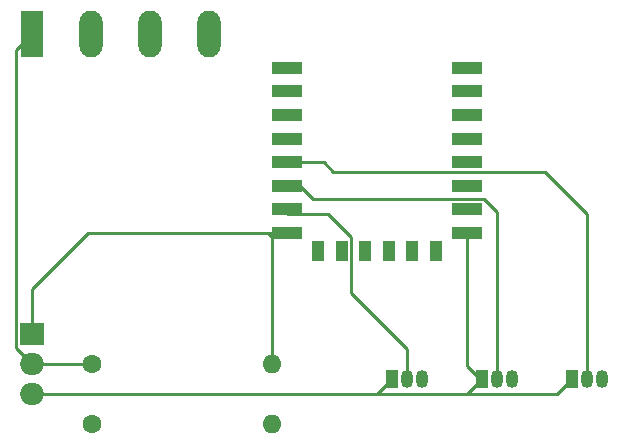
<source format=gbr>
%TF.GenerationSoftware,KiCad,Pcbnew,5.1.6*%
%TF.CreationDate,2020-11-23T13:40:36+00:00*%
%TF.ProjectId,LEDs,4c454473-2e6b-4696-9361-645f70636258,rev?*%
%TF.SameCoordinates,Original*%
%TF.FileFunction,Copper,L1,Top*%
%TF.FilePolarity,Positive*%
%FSLAX46Y46*%
G04 Gerber Fmt 4.6, Leading zero omitted, Abs format (unit mm)*
G04 Created by KiCad (PCBNEW 5.1.6) date 2020-11-23 13:40:36*
%MOMM*%
%LPD*%
G01*
G04 APERTURE LIST*
%TA.AperFunction,SMDPad,CuDef*%
%ADD10R,2.500000X1.000000*%
%TD*%
%TA.AperFunction,SMDPad,CuDef*%
%ADD11R,1.000000X1.800000*%
%TD*%
%TA.AperFunction,ComponentPad*%
%ADD12O,2.000000X1.905000*%
%TD*%
%TA.AperFunction,ComponentPad*%
%ADD13R,2.000000X1.905000*%
%TD*%
%TA.AperFunction,ComponentPad*%
%ADD14O,1.600000X1.600000*%
%TD*%
%TA.AperFunction,ComponentPad*%
%ADD15C,1.600000*%
%TD*%
%TA.AperFunction,ComponentPad*%
%ADD16R,1.050000X1.500000*%
%TD*%
%TA.AperFunction,ComponentPad*%
%ADD17O,1.050000X1.500000*%
%TD*%
%TA.AperFunction,ComponentPad*%
%ADD18O,1.980000X3.960000*%
%TD*%
%TA.AperFunction,ComponentPad*%
%ADD19R,1.980000X3.960000*%
%TD*%
%TA.AperFunction,Conductor*%
%ADD20C,0.250000*%
%TD*%
G04 APERTURE END LIST*
D10*
%TO.P,U2,22*%
%TO.N,Net-(U2-Pad22)*%
X168890000Y-79050000D03*
%TO.P,U2,21*%
%TO.N,Net-(U2-Pad21)*%
X168890000Y-81050000D03*
%TO.P,U2,20*%
%TO.N,Net-(U2-Pad20)*%
X168890000Y-83050000D03*
%TO.P,U2,19*%
%TO.N,Net-(U2-Pad19)*%
X168890000Y-85050000D03*
%TO.P,U2,18*%
%TO.N,Net-(U2-Pad18)*%
X168890000Y-87050000D03*
%TO.P,U2,17*%
%TO.N,Net-(U2-Pad17)*%
X168890000Y-89050000D03*
%TO.P,U2,16*%
%TO.N,Net-(U2-Pad16)*%
X168890000Y-91050000D03*
%TO.P,U2,15*%
%TO.N,GND*%
X168890000Y-93050000D03*
D11*
%TO.P,U2,14*%
%TO.N,Net-(U2-Pad14)*%
X166290000Y-94550000D03*
%TO.P,U2,13*%
%TO.N,Net-(U2-Pad13)*%
X164290000Y-94550000D03*
%TO.P,U2,12*%
%TO.N,Net-(U2-Pad12)*%
X162290000Y-94550000D03*
%TO.P,U2,11*%
%TO.N,Net-(U2-Pad11)*%
X160290000Y-94550000D03*
%TO.P,U2,10*%
%TO.N,Net-(U2-Pad10)*%
X158290000Y-94550000D03*
%TO.P,U2,9*%
%TO.N,Net-(U2-Pad9)*%
X156290000Y-94550000D03*
D10*
%TO.P,U2,8*%
%TO.N,Net-(R1-Pad2)*%
X153690000Y-93050000D03*
%TO.P,U2,7*%
%TO.N,Net-(Q3-Pad2)*%
X153690000Y-91050000D03*
%TO.P,U2,6*%
%TO.N,Net-(Q2-Pad2)*%
X153690000Y-89050000D03*
%TO.P,U2,5*%
%TO.N,Net-(Q1-Pad2)*%
X153690000Y-87050000D03*
%TO.P,U2,4*%
%TO.N,Net-(U2-Pad4)*%
X153690000Y-85050000D03*
%TO.P,U2,3*%
%TO.N,Net-(U2-Pad3)*%
X153690000Y-83050000D03*
%TO.P,U2,2*%
%TO.N,Net-(U2-Pad2)*%
X153690000Y-81050000D03*
%TO.P,U2,1*%
%TO.N,Net-(U2-Pad1)*%
X153690000Y-79050000D03*
%TD*%
D12*
%TO.P,U1,3*%
%TO.N,GND*%
X132080000Y-106680000D03*
%TO.P,U1,2*%
%TO.N,+24V*%
X132080000Y-104140000D03*
D13*
%TO.P,U1,1*%
%TO.N,Net-(R1-Pad2)*%
X132080000Y-101600000D03*
%TD*%
D14*
%TO.P,R2,2*%
%TO.N,Net-(R1-Pad2)*%
X152400000Y-109220000D03*
D15*
%TO.P,R2,1*%
%TO.N,GND*%
X137160000Y-109220000D03*
%TD*%
D14*
%TO.P,R1,2*%
%TO.N,Net-(R1-Pad2)*%
X152400000Y-104140000D03*
D15*
%TO.P,R1,1*%
%TO.N,+24V*%
X137160000Y-104140000D03*
%TD*%
D16*
%TO.P,Q3,1*%
%TO.N,GND*%
X162560000Y-105410000D03*
D17*
%TO.P,Q3,3*%
%TO.N,Net-(J1-Pad4)*%
X165100000Y-105410000D03*
%TO.P,Q3,2*%
%TO.N,Net-(Q3-Pad2)*%
X163830000Y-105410000D03*
%TD*%
D16*
%TO.P,Q2,1*%
%TO.N,GND*%
X170180000Y-105410000D03*
D17*
%TO.P,Q2,3*%
%TO.N,Net-(J1-Pad3)*%
X172720000Y-105410000D03*
%TO.P,Q2,2*%
%TO.N,Net-(Q2-Pad2)*%
X171450000Y-105410000D03*
%TD*%
D16*
%TO.P,Q1,1*%
%TO.N,GND*%
X177800000Y-105410000D03*
D17*
%TO.P,Q1,3*%
%TO.N,Net-(J1-Pad2)*%
X180340000Y-105410000D03*
%TO.P,Q1,2*%
%TO.N,Net-(Q1-Pad2)*%
X179070000Y-105410000D03*
%TD*%
D18*
%TO.P,J1,3*%
%TO.N,Net-(J1-Pad3)*%
X142080000Y-76200000D03*
%TO.P,J1,4*%
%TO.N,Net-(J1-Pad4)*%
X147080000Y-76200000D03*
%TO.P,J1,2*%
%TO.N,Net-(J1-Pad2)*%
X137080000Y-76200000D03*
D19*
%TO.P,J1,1*%
%TO.N,+24V*%
X132080000Y-76200000D03*
%TD*%
D20*
%TO.N,+24V*%
X130754999Y-77525001D02*
X130754999Y-102814999D01*
X130754999Y-102814999D02*
X132080000Y-104140000D01*
X132080000Y-76200000D02*
X130754999Y-77525001D01*
X132080000Y-104140000D02*
X137160000Y-104140000D01*
%TO.N,GND*%
X161290000Y-106680000D02*
X162560000Y-105410000D01*
X132080000Y-106680000D02*
X161290000Y-106680000D01*
X168910000Y-106680000D02*
X170180000Y-105410000D01*
X176530000Y-106680000D02*
X177800000Y-105410000D01*
X166370000Y-106680000D02*
X176530000Y-106680000D01*
X166370000Y-106680000D02*
X168910000Y-106680000D01*
X161290000Y-106680000D02*
X166370000Y-106680000D01*
X170022905Y-105410000D02*
X170180000Y-105410000D01*
X168890000Y-104277095D02*
X170022905Y-105410000D01*
X168890000Y-93050000D02*
X168890000Y-104277095D01*
%TO.N,Net-(Q3-Pad2)*%
X163464999Y-105044999D02*
X163830000Y-105410000D01*
%TO.N,Net-(Q1-Pad2)*%
X153690000Y-87050000D02*
X156775002Y-87050000D01*
X179070000Y-105410000D02*
X179070000Y-91440000D01*
X157600003Y-87875001D02*
X156775002Y-87050000D01*
X175505001Y-87875001D02*
X157600003Y-87875001D01*
X179070000Y-91440000D02*
X175505001Y-87875001D01*
%TO.N,Net-(Q2-Pad2)*%
X153690000Y-89050000D02*
X154790000Y-89050000D01*
X154790000Y-89050000D02*
X155910000Y-90170000D01*
X170345002Y-90170000D02*
X171450000Y-91274998D01*
X171450000Y-91274998D02*
X171450000Y-105410000D01*
X155910000Y-90170000D02*
X170345002Y-90170000D01*
%TO.N,Net-(Q3-Pad2)*%
X153690000Y-91050000D02*
X153690000Y-91420000D01*
X159115001Y-93389999D02*
X159115001Y-98155001D01*
X153690000Y-91420000D02*
X157145002Y-91420000D01*
X157145002Y-91420000D02*
X159115001Y-93389999D01*
X163830000Y-102870000D02*
X163830000Y-105410000D01*
X159115001Y-98155001D02*
X163830000Y-102870000D01*
%TO.N,Net-(R1-Pad2)*%
X132080000Y-101600000D02*
X132080000Y-97790000D01*
X132080000Y-97790000D02*
X136820000Y-93050000D01*
X152400000Y-93390000D02*
X152060000Y-93050000D01*
X152400000Y-104140000D02*
X152400000Y-93390000D01*
X136820000Y-93050000D02*
X152060000Y-93050000D01*
X152060000Y-93050000D02*
X153690000Y-93050000D01*
%TD*%
M02*

</source>
